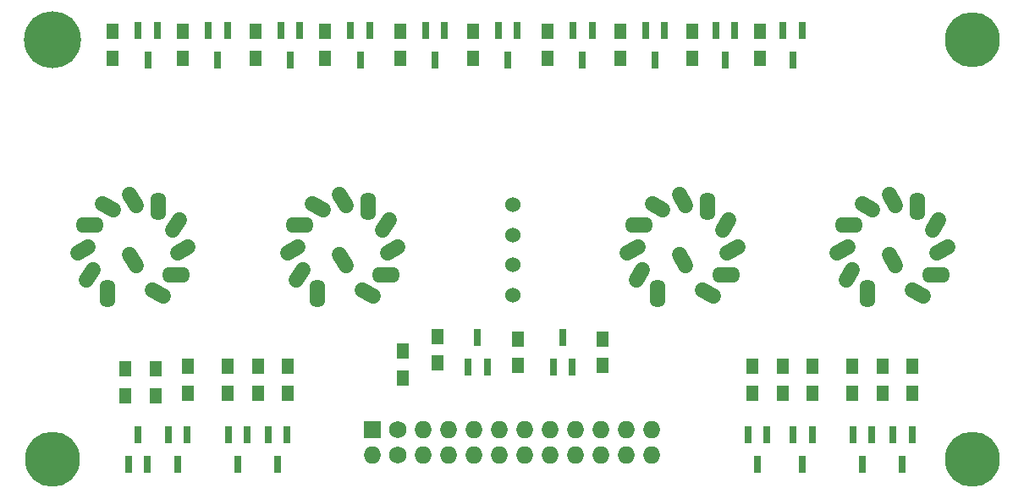
<source format=gbr>
G04 #@! TF.FileFunction,Soldermask,Top*
%FSLAX46Y46*%
G04 Gerber Fmt 4.6, Leading zero omitted, Abs format (unit mm)*
G04 Created by KiCad (PCBNEW 4.0.2-stable) date 9/20/2016 8:44:40 PM*
%MOMM*%
G01*
G04 APERTURE LIST*
%ADD10C,0.100000*%
%ADD11C,1.550000*%
%ADD12O,1.550000X2.800000*%
%ADD13O,2.800000X1.550000*%
%ADD14C,5.500000*%
%ADD15C,5.700000*%
%ADD16R,1.300000X1.500000*%
%ADD17R,0.800100X1.800860*%
%ADD18C,1.524000*%
%ADD19R,1.727200X1.727200*%
%ADD20O,1.727200X1.727200*%
%ADD21C,1.727200*%
G04 APERTURE END LIST*
D10*
D11*
X145312500Y-88541266D02*
X144687500Y-87458734D01*
D12*
X142500000Y-91330127D03*
D11*
X146958734Y-91017627D02*
X148041266Y-91642627D01*
D13*
X149330127Y-89500000D03*
D11*
X149458734Y-87312500D02*
X150541266Y-86687500D01*
X149017627Y-85041266D02*
X149642627Y-83958734D01*
D12*
X147500000Y-82669873D03*
D11*
X145312500Y-82541266D02*
X144687500Y-81458734D01*
X143041266Y-82982373D02*
X141958734Y-82357373D01*
D13*
X140669873Y-84500000D03*
D11*
X140541266Y-86687500D02*
X139458734Y-87312500D01*
X140982373Y-88958734D02*
X140357373Y-90041266D01*
X90312500Y-88541266D02*
X89687500Y-87458734D01*
D12*
X87500000Y-91330127D03*
D11*
X91958734Y-91017627D02*
X93041266Y-91642627D01*
D13*
X94330127Y-89500000D03*
D11*
X94458734Y-87312500D02*
X95541266Y-86687500D01*
X94017627Y-85041266D02*
X94642627Y-83958734D01*
D12*
X92500000Y-82669873D03*
D11*
X90312500Y-82541266D02*
X89687500Y-81458734D01*
X88041266Y-82982373D02*
X86958734Y-82357373D01*
D13*
X85669873Y-84500000D03*
D11*
X85541266Y-86687500D02*
X84458734Y-87312500D01*
X85982373Y-88958734D02*
X85357373Y-90041266D01*
X166312500Y-88541266D02*
X165687500Y-87458734D01*
D12*
X163500000Y-91330127D03*
D11*
X167958734Y-91017627D02*
X169041266Y-91642627D01*
D13*
X170330127Y-89500000D03*
D11*
X170458734Y-87312500D02*
X171541266Y-86687500D01*
X170017627Y-85041266D02*
X170642627Y-83958734D01*
D12*
X168500000Y-82669873D03*
D11*
X166312500Y-82541266D02*
X165687500Y-81458734D01*
X164041266Y-82982373D02*
X162958734Y-82357373D01*
D13*
X161669873Y-84500000D03*
D11*
X161541266Y-86687500D02*
X160458734Y-87312500D01*
X161982373Y-88958734D02*
X161357373Y-90041266D01*
D14*
X82000000Y-108000000D03*
X174000000Y-108000000D03*
X174000000Y-66000000D03*
D15*
X82000000Y-66000000D03*
D16*
X146000000Y-65150000D03*
X146000000Y-67850000D03*
X109250000Y-65150000D03*
X109250000Y-67850000D03*
X138750000Y-65150000D03*
X138750000Y-67850000D03*
X102250000Y-65150000D03*
X102250000Y-67850000D03*
X131500000Y-65150000D03*
X131500000Y-67850000D03*
X95000000Y-65150000D03*
X95000000Y-67850000D03*
X124000000Y-65150000D03*
X124000000Y-67850000D03*
X88000000Y-65150000D03*
X88000000Y-67850000D03*
X116750000Y-65150000D03*
X116750000Y-67850000D03*
X152750000Y-65150000D03*
X152750000Y-67850000D03*
X137000000Y-98600000D03*
X137000000Y-95900000D03*
X128500000Y-98600000D03*
X128500000Y-95900000D03*
X120500000Y-95650000D03*
X120500000Y-98350000D03*
X117000000Y-97150000D03*
X117000000Y-99850000D03*
X105500000Y-101350000D03*
X105500000Y-98650000D03*
X168000000Y-101350000D03*
X168000000Y-98650000D03*
X102500000Y-101350000D03*
X102500000Y-98650000D03*
X165000000Y-101350000D03*
X165000000Y-98650000D03*
X99500000Y-98650000D03*
X99500000Y-101350000D03*
X162000000Y-98650000D03*
X162000000Y-101350000D03*
X158000000Y-101350000D03*
X158000000Y-98650000D03*
X89250000Y-101600000D03*
X89250000Y-98900000D03*
X155000000Y-101350000D03*
X155000000Y-98650000D03*
X92250000Y-101600000D03*
X92250000Y-98900000D03*
X152000000Y-98650000D03*
X152000000Y-101350000D03*
X95500000Y-98650000D03*
X95500000Y-101350000D03*
D17*
X150200000Y-64998860D03*
X148300000Y-64998860D03*
X149250000Y-68001140D03*
X113700000Y-64998860D03*
X111800000Y-64998860D03*
X112750000Y-68001140D03*
X143200000Y-64998860D03*
X141300000Y-64998860D03*
X142250000Y-68001140D03*
X106700000Y-64998860D03*
X104800000Y-64998860D03*
X105750000Y-68001140D03*
X135950000Y-64998860D03*
X134050000Y-64998860D03*
X135000000Y-68001140D03*
X99450000Y-64998860D03*
X97550000Y-64998860D03*
X98500000Y-68001140D03*
X128450000Y-64998860D03*
X126550000Y-64998860D03*
X127500000Y-68001140D03*
X92450000Y-64998860D03*
X90550000Y-64998860D03*
X91500000Y-68001140D03*
X121200000Y-64998860D03*
X119300000Y-64998860D03*
X120250000Y-68001140D03*
X132050000Y-98751140D03*
X133950000Y-98751140D03*
X133000000Y-95748860D03*
X123550000Y-98751140D03*
X125450000Y-98751140D03*
X124500000Y-95748860D03*
X105450000Y-105498860D03*
X103550000Y-105498860D03*
X104500000Y-108501140D03*
X167950000Y-105498860D03*
X166050000Y-105498860D03*
X167000000Y-108501140D03*
X101450000Y-105498860D03*
X99550000Y-105498860D03*
X100500000Y-108501140D03*
X163950000Y-105498860D03*
X162050000Y-105498860D03*
X163000000Y-108501140D03*
X157950000Y-105498860D03*
X156050000Y-105498860D03*
X157000000Y-108501140D03*
X89550000Y-108501140D03*
X91450000Y-108501140D03*
X90500000Y-105498860D03*
X153450000Y-105498860D03*
X151550000Y-105498860D03*
X152500000Y-108501140D03*
X95450000Y-105498860D03*
X93550000Y-105498860D03*
X94500000Y-108501140D03*
D18*
X128000000Y-88500000D03*
X128000000Y-91500000D03*
X128000000Y-82500000D03*
X128000000Y-85500000D03*
D17*
X156950000Y-64998860D03*
X155050000Y-64998860D03*
X156000000Y-68001140D03*
D11*
X111312500Y-88541266D02*
X110687500Y-87458734D01*
D12*
X108500000Y-91330127D03*
D11*
X112958734Y-91017627D02*
X114041266Y-91642627D01*
D13*
X115330127Y-89500000D03*
D11*
X115458734Y-87312500D02*
X116541266Y-86687500D01*
X115017627Y-85041266D02*
X115642627Y-83958734D01*
D12*
X113500000Y-82669873D03*
D11*
X111312500Y-82541266D02*
X110687500Y-81458734D01*
X109041266Y-82982373D02*
X107958734Y-82357373D01*
D13*
X106669873Y-84500000D03*
D11*
X106541266Y-86687500D02*
X105458734Y-87312500D01*
X106982373Y-88958734D02*
X106357373Y-90041266D01*
D19*
X114000000Y-105000000D03*
D20*
X114000000Y-107540000D03*
D21*
X116540000Y-105000000D03*
X116540000Y-107540000D03*
D20*
X119080000Y-105000000D03*
X119080000Y-107540000D03*
X121620000Y-105000000D03*
X121620000Y-107540000D03*
X124160000Y-105000000D03*
X124160000Y-107540000D03*
X126700000Y-105000000D03*
X126700000Y-107540000D03*
X129240000Y-105000000D03*
X129240000Y-107540000D03*
X131780000Y-105000000D03*
X131780000Y-107540000D03*
X134320000Y-105000000D03*
X134320000Y-107540000D03*
X136860000Y-105000000D03*
X136860000Y-107540000D03*
X139400000Y-105000000D03*
X139400000Y-107540000D03*
X141940000Y-105000000D03*
X141940000Y-107540000D03*
M02*

</source>
